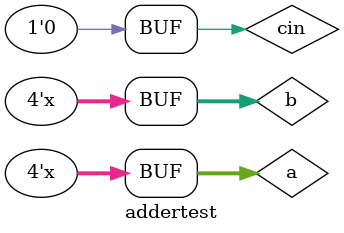
<source format=v>
module addertest;

// テスト信号を定義
reg [3:0] a,b;
reg cin;
wire [3:0] sum;
wire cout;

// adderを呼び出し配線を定義
adder4 u1(.a (a),
           .b (b),
           .cin (cin),
           .sum (sum),
           .cout (cout)
           );

// 信号の動きを宣言
// 初期値
initial begin
    a = 0;
    b = 0;
    cin = 0;
end

// 周期変動
// ノンブロッキング代入することで遷移を同時にする。
always #5 // 5周期毎に+1
    a <= a + 1;

always #10
    b <= b + 1;

endmodule
</source>
